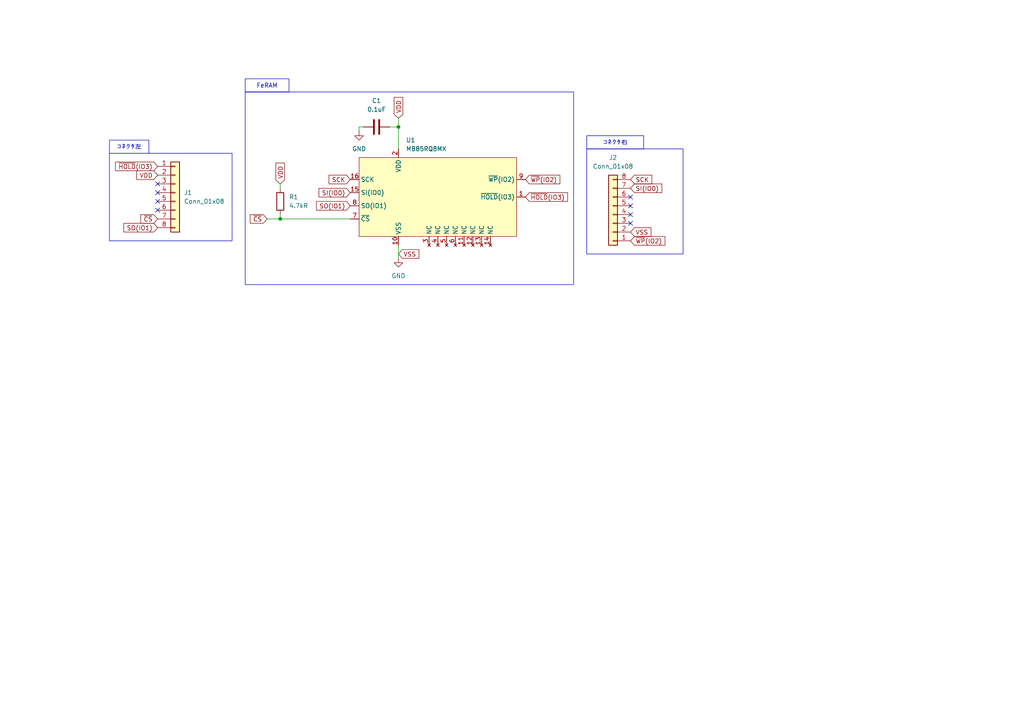
<source format=kicad_sch>
(kicad_sch (version 20250114) (generator "eeschema") (generator_version "9.0")
  (paper "A4")
  (lib_symbols
    (symbol "Connector_Generic:Conn_01x08" (pin_names (offset 1.016) (hide yes))
      (property "Reference" "J" (at 0 10.16 0))
      (property "Value" "Conn_01x08" (at 0 -12.7 0))
      (symbol "Conn_01x08_1_1"
        (rectangle (start -1.27 8.89) (end 1.27 -11.43) (stroke (width 0.254)) (fill (type background)))
        (rectangle (start -1.27 7.747) (end 0 7.493) (stroke (width 0.1524)))
        (rectangle (start -1.27 5.207) (end 0 4.953) (stroke (width 0.1524)))
        (rectangle (start -1.27 2.667) (end 0 2.413) (stroke (width 0.1524)))
        (rectangle (start -1.27 0.127) (end 0 -0.127) (stroke (width 0.1524)))
        (rectangle (start -1.27 -2.413) (end 0 -2.667) (stroke (width 0.1524)))
        (rectangle (start -1.27 -4.953) (end 0 -5.207) (stroke (width 0.1524)))
        (rectangle (start -1.27 -7.493) (end 0 -7.747) (stroke (width 0.1524)))
        (rectangle (start -1.27 -10.033) (end 0 -10.287) (stroke (width 0.1524)))
        (pin passive line (at -5.08 7.62 0) (length 3.81) (name "Pin_1") (number "1"))
        (pin passive line (at -5.08 5.08 0) (length 3.81) (name "Pin_2") (number "2"))
        (pin passive line (at -5.08 2.54 0) (length 3.81) (name "Pin_3") (number "3"))
        (pin passive line (at -5.08 0 0) (length 3.81) (name "Pin_4") (number "4"))
        (pin passive line (at -5.08 -2.54 0) (length 3.81) (name "Pin_5") (number "5"))
        (pin passive line (at -5.08 -5.08 0) (length 3.81) (name "Pin_6") (number "6"))
        (pin passive line (at -5.08 -7.62 0) (length 3.81) (name "Pin_7") (number "7"))
        (pin passive line (at -5.08 -10.16 0) (length 3.81) (name "Pin_8") (number "8"))
      )
    )
    (symbol "Device:C" (pin_numbers (hide yes)) (pin_names (offset 0.254))
      (property "Reference" "C" (at 0.635 2.54 0))
      (property "Value" "C" (at 0.635 -2.54 0))
      (symbol "C_0_1"
        (polyline (pts (xy -2.032 0.762) (xy 2.032 0.762)) (stroke (width 0.508)))
        (polyline (pts (xy -2.032 -0.762) (xy 2.032 -0.762)) (stroke (width 0.508)))
      )
      (symbol "C_1_1"
        (pin passive line (at 0 3.81 270) (length 2.794) (name "~") (number "1"))
        (pin passive line (at 0 -3.81 90) (length 2.794) (name "~") (number "2"))
      )
    )
    (symbol "Device:R" (pin_numbers (hide yes)) (pin_names (offset 0))
      (property "Reference" "R" (at 2.032 0 90))
      (property "Value" "R" (at 0 0 90))
      (symbol "R_0_1"
        (rectangle (start -1.016 -2.54) (end 1.016 2.54) (stroke (width 0.254)))
      )
      (symbol "R_1_1"
        (pin passive line (at 0 3.81 270) (length 1.27) (name "~") (number "1"))
        (pin passive line (at 0 -3.81 90) (length 1.27) (name "~") (number "2"))
      )
    )
    (symbol "TSRP_IC:MB85RQ8MX"
      (property "Reference" "U4" (at 33.782 4.064 0))
      (property "Value" "MB85RQ8MX" (at 33.782 1.524 0))
      (symbol "MB85RQ8MX_1_1"
        (rectangle (start 0 0) (end 45.72 -22.86) (fill (type background)))
        (pin input line (at -2.54 -6.35 0) (length 2.54) (name "SCK") (number "16"))
        (pin input line (at -2.54 -10.16 0) (length 2.54) (name "SI(IO0)") (number "15"))
        (pin output line (at -2.54 -13.97 0) (length 2.54) (name "SO(IO1)") (number "8"))
        (pin input line (at -2.54 -17.78 0) (length 2.54) (name "~{CS}") (number "7"))
        (pin power_in line (at 11.43 2.54 270) (length 2.54) (name "VDD") (number "2"))
        (pin power_in line (at 11.43 -25.4 90) (length 2.54) (name "VSS") (number "10"))
        (pin no_connect line (at 20.32 -25.4 90) (length 2.54) (name "NC") (number "3"))
        (pin no_connect line (at 22.86 -25.4 90) (length 2.54) (name "NC") (number "4"))
        (pin no_connect line (at 25.4 -25.4 90) (length 2.54) (name "NC") (number "5"))
        (pin no_connect line (at 27.94 -25.4 90) (length 2.54) (name "NC") (number "6"))
        (pin no_connect line (at 30.48 -25.4 90) (length 2.54) (name "NC") (number "11"))
        (pin no_connect line (at 33.02 -25.4 90) (length 2.54) (name "NC") (number "12"))
        (pin no_connect line (at 35.56 -25.4 90) (length 2.54) (name "NC") (number "13"))
        (pin no_connect line (at 38.1 -25.4 90) (length 2.54) (name "NC") (number "14"))
        (pin input line (at 48.26 -6.35 180) (length 2.54) (name "~{WP}(IO2)") (number "9"))
        (pin input line (at 48.26 -11.43 180) (length 2.54) (name "~{HOLD}(IO3)") (number "1"))
      )
    )
    (symbol "power:GND" (power) (pin_numbers (hide yes)) (pin_names (offset 0) (hide yes))
      (property "Value" "GND" (at 0 -3.81 0))
      (symbol "GND_0_1"
        (polyline (pts (xy 0 0) (xy 0 -1.27) (xy 1.27 -1.27) (xy 0 -2.54) (xy -1.27 -1.27) (xy 0 -1.27)))
      )
      (symbol "GND_1_1"
        (pin power_in line (at 0 0 270) (length 0) (name "~") (number "1"))
      )
    )
  )
  (rectangle (start 71.12 26.67) (end 166.37 82.55))
  (rectangle (start 170.18 43.18) (end 198.12 73.66))
  (rectangle (start 31.75 44.45) (end 67.31 69.85))
  (text_box "コネクタ右" (at 170.18 39.37 0) (size 16.51 3.81) (margins 0.9525 0.9525 0.9525 0.9525) (effects (font (size 1.27 1.27))))
  (text_box "FeRAM" (at 71.12 22.86 0) (size 12.7 3.81) (margins 0.9525 0.9525 0.9525 0.9525) (effects (font (size 1.27 1.27))))
  (text_box "コネクタ左" (at 31.75 40.64 0) (size 11.43 3.81) (margins 0.9525 0.9525 0.9525 0.9525) (effects (font (size 1.27 1.27))))
  (junction (at 81.28 63.5))
  (junction (at 115.57 36.83))
  (no_connect (at 182.88 59.69))
  (no_connect (at 182.88 57.15))
  (no_connect (at 45.72 53.34))
  (no_connect (at 182.88 64.77))
  (no_connect (at 45.72 58.42))
  (no_connect (at 45.72 55.88))
  (no_connect (at 45.72 60.96))
  (no_connect (at 182.88 62.23))
  (wire (pts (xy 81.28 63.5) (xy 101.6 63.5)))
  (wire (pts (xy 81.28 62.23) (xy 81.28 63.5)))
  (wire (pts (xy 105.41 36.83) (xy 104.14 36.83)))
  (wire (pts (xy 104.14 36.83) (xy 104.14 38.1)))
  (wire (pts (xy 115.57 36.83) (xy 115.57 43.18)))
  (wire (pts (xy 113.03 36.83) (xy 115.57 36.83)))
  (wire (pts (xy 115.57 34.29) (xy 115.57 36.83)))
  (wire (pts (xy 81.28 53.34) (xy 81.28 54.61)))
  (wire (pts (xy 77.47 63.5) (xy 81.28 63.5)))
  (wire (pts (xy 115.57 71.12) (xy 115.57 74.93)))
  (global_label "~{HOLD}(IO3)" (shape input) (at 152.4 57.15 0) (property "Intersheetrefs" "${INTERSHEET_REFS}" (effects (hide yes))))
  (global_label "SCK" (shape input) (at 101.6 52.07 180) (property "Intersheetrefs" "${INTERSHEET_REFS}" (effects (hide yes))))
  (global_label "VSS" (shape input) (at 115.57 73.66 0) (property "Intersheetrefs" "${INTERSHEET_REFS}" (effects (hide yes))))
  (global_label "SI(IO0)" (shape input) (at 101.6 55.88 180) (property "Intersheetrefs" "${INTERSHEET_REFS}" (effects (hide yes))))
  (global_label "SO(IO1)" (shape input) (at 101.6 59.69 180) (property "Intersheetrefs" "${INTERSHEET_REFS}" (effects (hide yes))))
  (global_label "SI(IO0)" (shape input) (at 182.88 54.61 0) (property "Intersheetrefs" "${INTERSHEET_REFS}" (effects (hide yes))))
  (global_label "~{HOLD}(IO3)" (shape input) (at 45.72 48.26 180) (property "Intersheetrefs" "${INTERSHEET_REFS}" (effects (hide yes))))
  (global_label "VDD" (shape input) (at 115.57 34.29 90) (property "Intersheetrefs" "${INTERSHEET_REFS}" (effects (hide yes))))
  (global_label "VDD" (shape input) (at 81.28 53.34 90) (property "Intersheetrefs" "${INTERSHEET_REFS}" (effects (hide yes))))
  (global_label "~{CS}" (shape input) (at 77.47 63.5 180) (property "Intersheetrefs" "${INTERSHEET_REFS}" (effects (hide yes))))
  (global_label "SCK" (shape input) (at 182.88 52.07 0) (property "Intersheetrefs" "${INTERSHEET_REFS}" (effects (hide yes))))
  (global_label "~{WP}(IO2)" (shape input) (at 152.4 52.07 0) (property "Intersheetrefs" "${INTERSHEET_REFS}" (effects (hide yes))))
  (global_label "~{WP}(IO2)" (shape input) (at 182.88 69.85 0) (property "Intersheetrefs" "${INTERSHEET_REFS}" (effects (hide yes))))
  (global_label "~{CS}" (shape input) (at 45.72 63.5 180) (property "Intersheetrefs" "${INTERSHEET_REFS}" (effects (hide yes))))
  (global_label "VDD" (shape input) (at 45.72 50.8 180) (property "Intersheetrefs" "${INTERSHEET_REFS}" (effects (hide yes))))
  (global_label "SO(IO1)" (shape input) (at 45.72 66.04 180) (property "Intersheetrefs" "${INTERSHEET_REFS}" (effects (hide yes))))
  (global_label "VSS" (shape input) (at 182.88 67.31 0) (property "Intersheetrefs" "${INTERSHEET_REFS}" (effects (hide yes))))
  (symbol (lib_id "Connector_Generic:Conn_01x08") (at 177.8 62.23 180) (unit 1)
    (property "Reference" "J2" (at 177.8 45.72 0))
    (property "Value" "Conn_01x08" (at 177.8 48.26 0))
    (property "Footprint" "Connector_PinHeader_2.54mm:PinHeader_1x08_P2.54mm_Vertical" (effects (hide yes)))
    (property "Description" "Generic connector, single row, 01x08, script generated (kicad-library-utils/schlib/autogen/connector/)" (effects (hide yes)))
  )
  (symbol (lib_id "Device:R") (at 81.28 58.42 0) (unit 1)
    (property "Reference" "R1" (at 83.82 57.1499 0) (effects (justify left)))
    (property "Value" "4.7kR" (at 83.82 59.6899 0) (effects (justify left)))
    (property "Footprint" "Resistor_SMD:R_0603_1608Metric_Pad0.98x0.95mm_HandSolder" (effects (hide yes)))
    (property "Description" "Resistor" (effects (hide yes)))
  )
  (symbol (lib_id "TSRP_IC:MB85RQ8MX") (at 104.14 45.72 0) (unit 1)
    (property "Reference" "U1" (at 117.7133 40.64 0) (effects (justify left)))
    (property "Value" "MB85RQ8MX" (at 117.7133 43.18 0) (effects (justify left)))
    (property "Footprint" "Package_SO:SOIC-16W_7.5x10.3mm_P1.27mm" (effects (hide yes)))
  )
  (symbol (lib_id "Device:C") (at 109.22 36.83 90) (unit 1)
    (property "Reference" "C1" (at 109.22 29.21 90))
    (property "Value" "0.1uF" (at 109.22 31.75 90))
    (property "Footprint" "Capacitor_SMD:C_0603_1608Metric_Pad1.08x0.95mm_HandSolder" (effects (hide yes)))
    (property "Description" "Unpolarized capacitor" (effects (hide yes)))
  )
  (symbol (lib_id "Connector_Generic:Conn_01x08") (at 50.8 55.88 0) (unit 1)
    (property "Reference" "J1" (at 53.34 55.8799 0) (effects (justify left)))
    (property "Value" "Conn_01x08" (at 53.34 58.4199 0) (effects (justify left)))
    (property "Footprint" "Connector_PinHeader_2.54mm:PinHeader_1x08_P2.54mm_Vertical" (effects (hide yes)))
    (property "Description" "Generic connector, single row, 01x08, script generated (kicad-library-utils/schlib/autogen/connector/)" (effects (hide yes)))
  )
  (symbol (lib_id "power:GND") (at 115.57 74.93 0) (unit 1)
    (property "Reference" "#PWR01" (effects (hide yes)))
    (property "Value" "GND" (at 115.57 80.01 0))
    (property "Description" "Power symbol creates a global label with name \"GND\" , ground" (effects (hide yes)))
  )
  (symbol (lib_id "power:GND") (at 104.14 38.1 0) (unit 1)
    (property "Reference" "#PWR02" (effects (hide yes)))
    (property "Value" "GND" (at 104.14 43.18 0))
    (property "Description" "Power symbol creates a global label with name \"GND\" , ground" (effects (hide yes)))
  )
)
</source>
